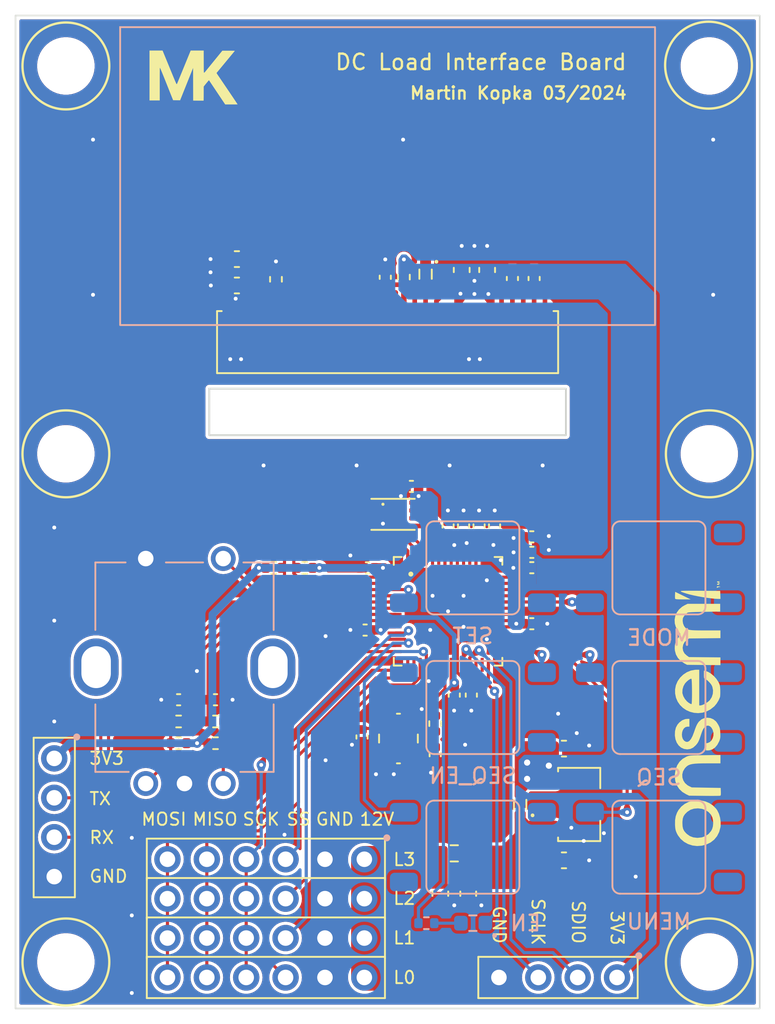
<source format=kicad_pcb>
(kicad_pcb (version 20240108) (generator "pcbnew") (generator_version "8.0")
  (layers (0 "F.Cu" signal) (31 "B.Cu" signal) (34 "B.Paste" user) (35 "F.Paste" user) (36 "B.SilkS" user "B.Silkscreen") (37 "F.SilkS" user "F.Silkscreen") (38 "B.Mask" user) (39 "F.Mask" user) (44 "Edge.Cuts" user))
  (net 0 "")
  (net 1 "+3V3")
  (net 2 "GND")
  (net 3 "+1V1")
  (net 4 "/2. MCU/ENCODER_A")
  (net 5 "/2. MCU/ENCODER_B")
  (net 6 "Net-(U300-VPP)")
  (net 7 "Net-(U300-VCOMH)")
  (net 8 "Net-(U300-C1N)")
  (net 9 "Net-(U300-C1P)")
  (net 10 "Net-(U300-C2P)")
  (net 11 "Net-(U300-C2N)")
  (net 12 "Net-(D300-A)")
  (net 13 "VCC")
  (net 14 "Net-(D500-A)")
  (net 15 "Net-(U300-IREF)")
  (net 16 "+12V")
  (net 17 "/2. MCU/SWDIO")
  (net 18 "/2. MCU/SWCLK")
  (net 19 "/2. MCU/UART_TX")
  (net 20 "/2. MCU/UART_RX")
  (net 21 "/2. MCU/DISPLAY_SCL")
  (net 22 "/2. MCU/DISPLAY_SDA")
  (net 23 "Net-(R500-Pad1)")
  (net 24 "Net-(C212-Pad1)")
  (net 25 "Net-(R502-Pad1)")
  (net 26 "/2. MCU/KEY_SET")
  (net 27 "/2. MCU/KEY_SEQ")
  (net 28 "/2. MCU/KEY_SEQ_EN")
  (net 29 "/2. MCU/KEY_MENU")
  (net 30 "/2. MCU/ENCODER_KEY")
  (net 36 "/2. MCU/QSPI_SD3")
  (net 37 "/2. MCU/QSPI_SCLK")
  (net 38 "/2. MCU/QSPI_SD0")
  (net 39 "/2. MCU/QSPI_SD2")
  (net 40 "/2. MCU/QSPI_SD1")
  (net 41 "/2. MCU/QSPI_SS")
  (net 48 "/CMD_SS_0")
  (net 49 "/CMD_CLK")
  (net 50 "/CMD_MISO")
  (net 51 "/CMD_MOSI")
  (net 52 "/CMD_SS_1")
  (net 53 "/CMD_SS_2")
  (net 54 "/CMD_SS_3")
  (net 55 "/2. MCU/XIN")
  (net 56 "/2. MCU/XOUT")
  (net 57 "/2. MCU/EN_LED")
  (net 58 "/2. MCU/KEY_MODE")
  (net 59 "/2. MCU/KEY_EN")
  (footprint "w-module:WEO012864L" (layer "F.Cu") (at 124 60.35)
    (property "Reference" "U300" (hide yes))
    (property "Value" "WEO012864L" (hide yes))
    (fp_rect (start -11.5 13.7) (end 11.5 16.7) (stroke (width 0.12)) (fill none) (layer "Edge.Cuts"))
  )
  (footprint "w-diode:SOD-523" (layer "F.Cu") (at 132.55 100.85 90)
    (property "Reference" "D100" (hide yes))
    (property "Value" "BAT54XV2" (hide yes))
  )
  (footprint "Capacitor_SMD:C_0402_1005Metric" (layer "F.Cu") (at 122.55 89.61 180)
    (property "Reference" "C204" (hide yes))
    (property "Value" "100n" (hide yes))
  )
  (footprint "MountingHole:MountingHole_3.2mm_M3" (layer "F.Cu") (at 103.25 78.25)
    (property "Reference" "H4" (hide yes))
    (property "Value" "MountingHole" (hide yes))
  )
  (footprint "Capacitor_SMD:C_0402_1005Metric" (layer "F.Cu") (at 133.45 66.95 -90)
    (property "Reference" "C304" (hide yes))
    (property "Value" "1u" (hide yes))
  )
  (footprint "Capacitor_SMD:C_0603_1608Metric" (layer "F.Cu") (at 130.42 66.4 90)
    (property "Reference" "C300" (hide yes))
    (property "Value" "4u7" (hide yes))
  )
  (footprint "w-diode:SOD-523" (layer "F.Cu") (at 126.45 66.67 -90)
    (property "Reference" "D300" (hide yes))
    (property "Value" "BAT54XV2" (hide yes))
  )
  (footprint "Capacitor_SMD:C_0402_1005Metric" (layer "F.Cu") (at 130.9 82.9 90)
    (property "Reference" "C200" (hide yes))
    (property "Value" "1u" (hide yes))
  )
  (footprint "Capacitor_SMD:C_0402_1005Metric" (layer "F.Cu") (at 133.3 84.6)
    (property "Reference" "C207" (hide yes))
    (property "Value" "1u" (hide yes))
  )
  (footprint "Resistor_SMD:R_0402_1005Metric" (layer "F.Cu") (at 112.9 96.9 180)
    (property "Reference" "R500" (hide yes))
    (property "Value" "10k" (hide yes))
  )
  (footprint "Capacitor_SMD:C_0402_1005Metric" (layer "F.Cu") (at 129.9 82.9 90)
    (property "Reference" "C209" (hide yes))
    (property "Value" "1u" (hide yes))
  )
  (footprint "Capacitor_SMD:C_0603_1608Metric" (layer "F.Cu") (at 129.2 106.6 -90)
    (property "Reference" "C101" (hide yes))
    (property "Value" "10u" (hide yes))
  )
  (footprint "Resistor_SMD:R_0402_1005Metric" (layer "F.Cu") (at 125.05 66.86 90)
    (property "Reference" "R300" (hide yes))
    (property "Value" "10k" (hide yes))
  )
  (footprint "Capacitor_SMD:C_0402_1005Metric" (layer "F.Cu") (at 122.7 85.6 180)
    (property "Reference" "C203" (hide yes))
    (property "Value" "100n" (hide yes))
  )
  (footprint "Capacitor_SMD:C_0402_1005Metric" (layer "F.Cu") (at 122.35 96.5 -90)
    (property "Reference" "C213" (hide yes))
    (property "Value" "12p" (hide yes))
  )
  (footprint "Capacitor_SMD:C_0603_1608Metric" (layer "F.Cu") (at 127.4 106.6 -90)
    (property "Reference" "C100" (hide yes))
    (property "Value" "10u" (hide yes))
  )
  (footprint "Connector_PinHeader_2.54mm:PinHeader_1x06_P2.54mm_Vertical" (layer "F.Cu") (at 122.5 112 -90)
    (property "Reference" "J100" (hide yes))
    (property "Value" "Conn_01x06_Male" (hide yes))
  )
  (footprint "Capacitor_SMD:C_0402_1005Metric" (layer "F.Cu") (at 133.3 85.59)
    (property "Reference" "C201" (hide yes))
    (property "Value" "100n" (hide yes))
  )
  (footprint "w-ic:QFN-56 7x7mm P0.4mm" (layer "F.Cu") (at 127.9 88.4)
    (property "Reference" "U200" (hide yes))
    (property "Value" "RP2040" (hide yes))
  )
  (footprint "MountingHole:MountingHole_3.2mm_M3" (layer "F.Cu") (at 144.75 78.25)
    (property "Reference" "H5" (hide yes))
    (property "Value" "MountingHole" (hide yes))
  )
  (footprint "Resistor_SMD:R_0402_1005Metric" (layer "F.Cu") (at 112.9 95.5)
    (property "Reference" "R501" (hide yes))
    (property "Value" "1k" (hide yes))
  )
  (footprint "Capacitor_SMD:C_0603_1608Metric" (layer "F.Cu") (at 114.28 65.7 180)
    (property "Reference" "C303" (hide yes))
    (property "Value" "4u7" (hide yes))
  )
  (footprint "MountingHole:MountingHole_3.2mm_M3" (layer "F.Cu") (at 144.75 53.25)
    (property "Reference" "H2" (hide yes))
    (property "Value" "MountingHole" (hide yes))
  )
  (footprint "Capacitor_SMD:C_0402_1005Metric" (layer "F.Cu") (at 127.07 97.64 -90)
    (property "Reference" "C212" (hide yes))
    (property "Value" "12p" (hide yes))
  )
  (footprint "Capacitor_SMD:C_0402_1005Metric" (layer "F.Cu") (at 132.05 66.95 90)
    (property "Reference" "C305" (hide yes))
    (property "Value" "1u" (hide yes))
  )
  (footprint "Resistor_SMD:R_0402_1005Metric" (layer "F.Cu") (at 110.52 96.9)
    (property "Reference" "R502" (hide yes))
    (property "Value" "10k" (hide yes))
  )
  (footprint "Resistor_SMD:R_0402_1005Metric" (layer "F.Cu") (at 116.8 67 -90)
    (property "Reference" "R301" (hide yes))
    (property "Value" "560k" (hide yes))
  )
  (footprint "LOGO" (layer "F.Cu") (at 144 95 90)
    (property "Reference" "G***" (hide yes))
    (property "Value" "LOGO" (hide yes))
  )
  (footprint "Capacitor_SMD:C_0402_1005Metric" (layer "F.Cu") (at 110.52 94.1 180)
    (property "Reference" "C501" (hide yes))
    (property "Value" "100n" (hide yes))
  )
  (footprint "w-crystal:Crystal 3225 3.2x2.5mm 4pin" (layer "F.Cu") (at 124.7 96.6 90)
    (property "Reference" "Y200" (hide yes))
    (property "Value" "12MHz" (hide yes))
  )
  (footprint "Resistor_SMD:R_0402_1005Metric" (layer "F.Cu") (at 127.07 95.64 -90)
    (property "Reference" "R200" (hide yes))
    (property "Value" "1k" (hide yes))
  )
  (footprint "MountingHole:MountingHole_3.2mm_M3" (layer "F.Cu") (at 103.25 111)
    (property "Reference" "H1" (hide yes))
    (property "Value" "MountingHole" (hide yes))
  )
  (footprint "Capacitor_SMD:C_0603_1608Metric" (layer "F.Cu") (at 135.375 97.25)
    (property "Reference" "C103" (hide yes))
    (property "Value" "1u" (hide yes))
  )
  (footprint "Capacitor_SMD:C_0402_1005Metric" (layer "F.Cu") (at 133.3 83.6)
    (property "Reference" "C208" (hide yes))
    (property "Value" "100n" (hide yes))
  )
  (footprint "Capacitor_SMD:C_0603_1608Metric" (layer "F.Cu") (at 114.28 67.4 180)
    (property "Reference" "C302" (hide yes))
    (property "Value" "4u7" (hide yes))
  )
  (footprint "Capacitor_SMD:C_0402_1005Metric" (layer "F.Cu") (at 128.3 93.8 -90)
    (property "Reference" "C205" (hide yes))
    (property "Value" "100n" (hide yes))
  )
  (footprint "Resistor_SMD:R_0603_1608Metric" (layer "F.Cu") (at 128.3 104)
    (property "Reference" "L100" (hide yes))
    (property "Value" "BLM18KG121TN1D" (hide yes))
  )
  (footprint "Capacitor_SMD:C_0402_1005Metric" (layer "F.Cu") (at 125.535 80.35 180)
    (property "Reference" "C214" (hide yes))
    (property "Value" "100n" (hide yes))
  )
  (footprint "Resistor_SMD:R_0402_1005Metric" (layer "F.Cu") (at 110.52 95.5)
    (property "Reference" "R503" (hide yes))
    (property "Value" "1k" (hide yes))
  )
  (footprint "Connector_PinHeader_2.54mm:PinHeader_1x06_P2.54mm_Vertical" (layer "F.Cu") (at 122.5 106.92 -90)
    (property "Reference" "J102" (hide yes))
    (property "Value" "Conn_01x06_Male" (hide yes))
  )
  (footprint "Capacitor_SMD:C_0402_1005Metric" (layer "F.Cu") (at 112.9 94.1)
    (property "Reference" "C500" (hide yes))
    (property "Value" "100n" (hide yes))
  )
  (footprint "MountingHole:MountingHole_3.2mm_M3" (layer "F.Cu") (at 103.25 53.25)
    (property "Reference" "H6" (hide yes))
    (property "Value" "MountingHole" (hide yes))
  )
  (footprint "Capacitor_SMD:C_0402_1005Metric" (layer "F.Cu") (at 129.4 93.8 -90)
    (property "Reference" "C211" (hide yes))
    (property "Value" "100n" (hide yes))
  )
  (footprint "Connector_PinHeader_2.54mm:PinHeader_1x04_P2.54mm_Vertical" (layer "F.Cu") (at 138.8 112 -90)
    (property "Reference" "J200" (hide yes))
    (property "Value" "SWD" (hide yes))
  )
  (footprint "Capacitor_SMD:C_0402_1005Metric" (layer "F.Cu") (at 123.85 66.87 90)
    (property "Reference" "C306" (hide yes))
    (property "Value" "100n" (hide yes))
  )
  (footprint "Capacitor_SMD:C_0603_1608Metric" (layer "F.Cu") (at 135.375 104.45)
    (property "Reference" "C102" (hide yes))
    (property "Value" "1u" (hide yes))
  )
  (footprint "Connector_PinHeader_2.54mm:PinHeader_1x06_P2.54mm_Vertical" (layer "F.Cu") (at 122.5 109.46 -90)
    (property "Reference" "J101" (hide yes))
    (property "Value" "Conn_01x06_Male" (hide yes))
  )
  (footprint "w-ic:USON-8 2x3mm" (layer "F.Cu") (at 124.35 82.15)
    (property "Reference" "U201" (hide yes))
    (property "Value" "W25Q16JV" (hide yes))
  )
  (footprint "Resistor_SMD:R_0402_1005Metric" (layer "F.Cu") (at 118.65 85.6)
    (property "Reference" "R303" (hide yes))
    (property "Value" "4k7" (hide yes))
  )
  (footprint "Connector_PinHeader_2.54mm:PinHeader_1x06_P2.54mm_Vertical" (layer "F.Cu") (at 122.5 104.38 -90)
    (property "Reference" "J103" (hide yes))
    (property "Value" "Conn_01x06_Male" (hide yes))
  )
  (footprint "Resistor_SMD:R_0402_1005Metric" (layer "F.Cu") (at 116.65 85.6 180)
    (property "Reference" "R302" (hide yes))
    (property "Value" "4k7" (hide yes))
  )
  (footprint "w-ic:SOT-89-3" (layer "F.Cu") (at 136.10625 100.85)
    (property "Reference" "U100" (hide yes))
    (property "Value" "L78L33" (hide yes))
  )
  (footprint "Connector_PinHeader_2.54mm:PinHeader_1x04_P2.54mm_Vertical" (layer "F.Cu") (at 102.5 97.88)
    (property "Reference" "J201" (hide yes))
    (property "Value" "UART" (hide yes))
  )
  (footprint "Capacitor_SMD:C_0402_1005Metric" (layer "F.Cu") (at 128.9 82.9 90)
    (property "Reference" "C202" (hide yes))
    (property "Value" "100n" (hide yes))
  )
  (footprint "Capacitor_SMD:C_0402_1005Metric" (layer "F.Cu") (at 127.9 82.9 90)
    (property "Reference" "C210" (hide yes))
    (property "Value" "100n" (hide yes))
  )
  (footprint "LOGO" (layer "F.Cu") (at 111.5 54)
    (property "Reference" "G***" (hide yes))
    (property "Value" "LOGO" (hide yes))
  )
  (footprint "MountingHole:MountingHole_3.2mm_M3" (layer "F.Cu") (at 144.75 111)
    (property "Reference" "H3" (hide yes))
    (property "Value" "MountingHole" (hide yes))
  )
  (footprint "Capacitor_SMD:C_0402_1005Metric" (layer "F.Cu") (at 133.3 89.2)
    (property "Reference" "C206" (hide yes))
    (property "Value" "100n" (hide yes))
  )
  (footprint "Capacitor_SMD:C_0603_1608Metric" (layer "F.Cu") (at 128.78 66.4 90)
    (property "Reference" "C301" (hide yes))
    (property "Value" "4u7" (hide yes))
  )
  (footprint "w-switch:PEC11R-4220F-S0024" (layer "B.Cu") (at 110.9 92 180)
    (property "Reference" "SW506" (hide yes))
    (property "Value" "PEC11R-4220F-S24" (hide yes))
  )
  (footprint "w-switch:KLS TS6604B" (layer "B.Cu") (at 141.5 103.6 -90)
    (property "Reference" "SW504" (hide yes))
    (property "Value" "KLS TS6604B" (hide yes))
  )
  (footprint "w-opto:LED 0603" (layer "B.Cu") (at 129.5 108.5 180)
    (property "Reference" "D500" (hide yes))
    (property "Value" "LED" (hide yes))
  )
  (footprint "w-switch:KLS TS6604B" (layer "B.Cu") (at 141.5 85.6 90)
    (property "Reference" "SW500" (hide yes))
    (property "Value" "KLS TS6604B" (hide yes))
  )
  (footprint "w-switch:KLS TS6604B" (layer "B.Cu") (at 129.5 94.6 90)
    (property "Reference" "SW503" (hide yes))
    (property "Value" "KLS TS6604B" (hide yes))
  )
  (footprint "w-switch:KLS TS6604B" (layer "B.Cu") (at 141.5 94.6 90)
    (property "Reference" "SW502" (hide yes))
    (property "Value" "KLS TS6604B" (hide yes))
  )
  (footprint "w-switch:KLS TS6604B" (layer "B.Cu") (at 129.5 103.6 -90)
    (property "Reference" "SW505" (hide yes))
    (property "Value" "KLS TS6604B" (hide yes))
  )
  (footprint "w-switch:KLS TS6604B" (layer "B.Cu") (at 129.5 85.6 90)
    (property "Reference" "SW501" (hide yes))
    (property "Value" "KLS TS6604B" (hide yes))
  )
  (footprint "Resistor_SMD:R_0402_1005Metric" (layer "B.Cu") (at 126.5 108.5)
    (property "Reference" "R505" (hide yes))
    (property "Value" "100R" (hide yes))
  )
  (gr_circle (center 140.2 110.6) (end 140.35 110.6) (stroke (width 0.15)) (fill solid) (layer "B.SilkS"))
  (gr_circle (center 103.95 96.5) (end 104.1 96.5) (stroke (width 0.15)) (fill solid) (layer "B.SilkS"))
  (gr_circle (center 123.95 103) (end 124.1 103) (stroke (width 0.15)) (fill solid) (layer "B.SilkS"))
  (gr_circle (center 103.25 53.25) (end 106.05 53.25) (stroke (width 0.15)) (fill none) (layer "F.SilkS"))
  (gr_circle (center 103.25 78.25) (end 106.05 78.25) (stroke (width 0.15)) (fill none) (layer "F.SilkS"))
  (gr_circle (center 103.25 111) (end 106.05 111) (stroke (width 0.15)) (fill none) (layer "F.SilkS"))
  (gr_circle (center 144.75 78.25) (end 147.55 78.25) (stroke (width 0.15)) (fill none) (layer "F.SilkS"))
  (gr_circle (center 144.75 111) (end 147.55 111) (stroke (width 0.15)) (fill none) (layer "F.SilkS"))
  (gr_circle (center 144.7 53.2) (end 147.5 53.2) (stroke (width 0.15)) (fill none) (layer "F.SilkS"))
  (gr_rect (start 100 50) (end 148 114) (stroke (width 0.1)) (fill none) (layer "Edge.Cuts"))
  (gr_text "MODE" (at 141.5 90.1 0) (layer "B.SilkS") (effects (font (size 1 1)) (justify mirror)))
  (gr_text "SEQ_EN" (at 129.5 99 0) (layer "B.SilkS") (effects (font (size 1 1)) (justify mirror)))
  (gr_text "SEQ" (at 141.5 99.1 0) (layer "B.SilkS") (effects (font (size 1 1)) (justify mirror)))
  (gr_text "SET" (at 129.5 90 0) (layer "B.SilkS") (effects (font (size 1 1)) (justify mirror)))
  (gr_text "EN" (at 132.9 108.5 0) (layer "B.SilkS") (effects (font (size 1 1)) (justify mirror)))
  (gr_text "MENU" (at 141.5 108.4 0) (layer "B.SilkS") (effects (font (size 1 1)) (justify mirror)))
  (gr_text "DC Load Interface Board" (at 139.5 53 0) (layer "F.SilkS") (effects (font (size 1 1)) (justify right)))
  (gr_text "3V3" (at 104.7 97.88 0) (layer "F.SilkS") (effects (font (size 0.8 0.8) (thickness 0.12)) (justify left)))
  (gr_text "GND" (at 104.7 105.48 0) (layer "F.SilkS") (effects (font (size 0.8 0.8) (thickness 0.12)) (justify left)))
  (gr_text "MISO" (at 114.4 101.8 0) (layer "F.SilkS") (effects (font (size 0.8 0.8) (thickness 0.12)) (justify right)))
  (gr_text "GND" (at 131.2 109.9 270) (layer "F.SilkS") (effects (font (size 0.8 0.8) (thickness 0.12)) (justify right)))
  (gr_text "MOSI" (at 111.1 101.8 0) (layer "F.SilkS") (effects (font (size 0.8 0.8) (thickness 0.12)) (justify right)))
  (gr_text "SDIO" (at 136.3 109.9 270) (layer "F.SilkS") (effects (font (size 0.8 0.8) (thickness 0.12)) (justify right)))
  (gr_text "GND" (at 121.9 101.8 0) (layer "F.SilkS") (effects (font (size 0.8 0.8) (thickness 0.12)) (justify right)))
  (gr_text "L2" (at 124.3 106.9 0) (layer "F.SilkS") (effects (font (size 0.8 0.8) (thickness 0.12)) (justify left)))
  (gr_text "RX" (at 104.7 102.98 0) (layer "F.SilkS") (effects (font (size 0.8 0.8) (thickness 0.12)) (justify left)))
  (gr_text "3V3" (at 138.8 110 270) (layer "F.SilkS") (effects (font (size 0.8 0.8) (thickness 0.12)) (justify right)))
  (gr_text "L0" (at 124.3 112 0) (layer "F.SilkS") (effects (font (size 0.8 0.8) (thickness 0.12)) (justify left)))
  (gr_text "TX" (at 104.7 100.48 0) (layer "F.SilkS") (effects (font (size 0.8 0.8) (thickness 0.12)) (justify left)))
  (gr_text "SCK" (at 117.1 101.8 0) (layer "F.SilkS") (effects (font (size 0.8 0.8) (thickness 0.12)) (justify right)))
  (gr_text "Martin Kopka 03/2024" (at 139.5 55 0) (layer "F.SilkS") (effects (font (size 0.8 0.8)) (justify right)))
  (gr_text "L3" (at 124.3 104.4 0) (layer "F.SilkS") (effects (font (size 0.8 0.8) (thickness 0.12)) (justify left)))
  (gr_text "12V" (at 124.5 101.8 0) (layer "F.SilkS") (effects (font (size 0.8 0.8) (thickness 0.12)) (justify right)))
  (gr_text "L1" (at 124.3 109.45 0) (layer "F.SilkS") (effects (font (size 0.8 0.8) (thickness 0.12)) (justify left)))
  (gr_text "SCLK" (at 133.7 110 270) (layer "F.SilkS") (effects (font (size 0.8 0.8) (thickness 0.12)) (justify right)))
  (gr_text "SS" (at 119.1 101.8 0) (layer "F.SilkS") (effects (font (size 0.8 0.8) (thickness 0.12)) (justify right)))
  (segment (start 123.9 85.8) (end 123.7 85.6) (width 0.2) (layer "F.Cu") (net 1))
  (segment (start 128.3 93) (end 128.1 92.8) (width 0.2) (layer "F.Cu") (net 1))
  (segment (start 111.71 96.9) (end 111.03 96.9) (width 0.2) (layer "F.Cu") (net 1))
  (segment (start 123.9 89.4) (end 123.7 89.6) (width 0.2) (layer "F.Cu") (net 1))
  (segment (start 128.55 68.079283) (end 128.55 70.05) (width 0.35) (layer "F.Cu") (net 1))
  (segment (start 125.05 65.72) (end 125.05 66.35) (width 0.5) (layer "F.Cu") (net 1))
  (segment (start 126.45 65.97) (end 126.41 65.97) (width 0.2) (layer "F.Cu") (net 1))
  (segment (start 132.1 89.4) (end 132.3 89.2) (width 0.2) (layer "F.Cu") (net 1))
  (segment (start 131.2875 89.4) (end 132.1 89.4) (width 0.2) (layer "F.Cu") (net 1))
  (segment (start 130.5 67.95) (end 130.65 68.1) (width 0.35) (layer "F.Cu") (net 1))
  (segment (start 128.5 84.330879) (end 128.5 85.0125) (width 0.2) (layer "F.Cu") (net 1))
  (segment (start 126.03 66.35) (end 125.05 66.35) (width 0.3) (layer "F.Cu") (net 1))
  (segment (start 128.1 84.330879) (end 128.1 85.0125) (width 0.2) (layer "F.Cu") (net 1))
  (segment (start 126.4 65.97) (end 126.45 65.97) (width 0.2) (layer "F.Cu") (net 1))
  (segment (start 127.15 70.05) (end 127.15 68.4) (width 0.3) (layer "F.Cu") (net 1))
  (segment (start 128.3 84.130879) (end 128.5 84.330879) (width 0.2) (layer "F.Cu") (net 1))
  (segment (start 130.65 68.1) (end 130.65 70.05) (width 0.35) (layer "F.Cu") (net 1))
  (segment (start 124.5125 85.8) (end 123.9 85.8) (width 0.2) (layer "F.Cu") (net 1))
  (segment (start 116.14 85.6) (end 115.7 85.6) (width 0.5) (layer "F.Cu") (net 1))
  (segment (start 128.75 68.1) (end 128.85 68) (width 0.3) (layer "F.Cu") (net 1))
  (segment (start 111.71 96.9) (end 112.39 96.9) (width 0.2) (layer "F.Cu") (net 1))
  (segment (start 128.85 68) (end 128.85 67.175) (width 0.3) (layer "F.Cu") (net 1))
  (segment (start 128.1 92.8) (end 128.1 91.7875) (width 0.2) (layer "F.Cu") (net 1))
  (segment (start 126.41 65.97) (end 126.03 66.35) (width 0.3) (layer "F.Cu") (net 1))
  (segment (start 127.45 68.1) (end 128.75 68.1) (width 0.3) (layer "F.Cu") (net 1))
  (segment (start 128.7 67.929283) (end 128.55 68.079283) (width 0.35) (layer "F.Cu") (net 1))
  (segment (start 128.3 84.130879) (end 128.1 84.330879) (width 0.2) (layer "F.Cu") (net 1))
  (segment (start 119.16 85.6) (end 119.6 85.6) (width 0.5) (layer "F.Cu") (net 1))
  (segment (start 124.5125 89.4) (end 123.9 89.4) (width 0.2) (layer "F.Cu") (net 1))
  (segment (start 127.15 68.4) (end 127.45 68.1) (width 0.3) (layer "F.Cu") (net 1))
  (via (at 130.825 84.125) (size 0.6) (drill 0.25) (layers "F.Cu" "B.Cu") (net 1))
  (via (at 115.7 85.6) (size 0.6) (drill 0.25) (layers "F.Cu" "B.Cu") (net 1))
  (via (at 123.7 85.6) (size 0.6) (drill 0.25) (layers "F.Cu" "B.Cu") (net 1))
  (via (at 123.55 89.6) (size 0.6) (drill 0.25) (layers "F.Cu" "B.Cu") (net 1))
  (via (at 119.6 85.6) (size 0.6) (drill 0.25) (layers "F.Cu" "B.Cu") (net 1))
  (via (at 132.3 89.2) (size 0.6) (drill 0.25) (layers "F.Cu" "B.Cu") (net 1))
  (via (at 126 80.975) (size 0.6) (drill 0.25) (layers "F.Cu" "B.Cu") (net 1))
  (via (at 128.7 67.929283) (size 0.6) (drill 0.25) (layers "F.Cu" "B.Cu") (net 1))
  (via (at 132.125 84.6) (size 0.6) (drill 0.25) (layers "F.Cu" "B.Cu") (net 1))
  (via (at 130.5 67.95) (size 0.6) (drill 0.25) (layers "F.Cu" "B.Cu") (net 1))
  (via (at 128.3 93) (size 0.6) (drill 0.25) (layers "F.Cu" "B.Cu") (net 1))
  (via (at 129.6 67.95) (size 0.6) (drill 0.25) (layers "F.Cu" "B.Cu") (net 1))
  (via (at 129.1 84) (size 0.6) (drill 0.25) (layers "F.Cu" "B.Cu") (net 1))
  (via (at 131.3 85.1) (size 0.6) (drill 0.25) (layers "F.Cu" "B.Cu") (net 1))
  (via (at 134.4 98.35) (size 0.8) (drill 0.4) (layers "F.Cu" "B.Cu") (net 1))
  (via (at 133 98.15) (size 0.8) (drill 0.4) (layers "F.Cu" "B.Cu") (net 1))
  (via (at 133 99.2) (size 0.8) (drill 0.4) (layers "F.Cu" "B.Cu") (net 1))
  (via (at 111.71 96.9) (size 0.6) (drill 0.25) (layers "F.Cu" "B.Cu") (net 1))
  (via (at 129.6 67.1) (size 0.6) (drill 0.25) (layers "F.Cu" "B.Cu") (net 1))
  (via (at 128.3 84.130879) (size 0.6) (drill 0.25) (layers "F.Cu" "B.Cu") (net 1))
  (via (at 132.125 83.675) (size 0.6) (drill 0.25) (layers "F.Cu" "B.Cu") (net 1))
  (via (at 125.05 65.72) (size 0.6) (drill 0.25) (layers "F.Cu" "B.Cu") (net 1))
  (via (at 132.11 85.6) (size 0.6) (drill 0.25) (layers "F.Cu" "B.Cu") (net 1))
  (segment (start 115.7 85.6) (end 119.6 85.6) (width 0.5) (layer "B.Cu") (net 1))
  (segment (start 139.7 98.35) (end 134.4 98.35) (width 0.5) (layer "B.Cu") (net 1))
  (segment (start 115.7 85.6) (end 112.7 88.6) (width 0.5) (layer "B.Cu") (net 1))
  (segment (start 112.7 88.6) (end 112.7 95.91) (width 0.5) (layer "B.Cu") (net 1))
  (segment (start 102.5 97.88) (end 103.48 96.9) (width 0.5) (layer "B.Cu") (net 1))
  (segment (start 127.15 88.8) (end 128.3 89.95) (width 0.3) (layer "B.Cu") (net 1))
  (segment (start 125.99 107.51) (end 127.6 105.9) (width 0.2) (layer "B.Cu") (net 1))
  (segment (start 125.99 108.5) (end 125.99 107.51) (width 0.2) (layer "B.Cu") (net 1))
  (segment (start 112.7 95.91) (end 111.71 96.9) (width 0.5) (layer "B.Cu") (net 1))
  (segment (start 103.48 96.9) (end 111.71 96.9) (width 0.5) (layer "B.Cu") (net 1))
  (segment (start 138.8 112) (end 141.1 109.7) (width 0.5) (layer "B.Cu") (net 1))
  (segment (start 141.1 109.7) (end 141.1 99.75) (width 0.5) (layer "B.Cu") (net 1))
  (segment (start 124.4 88.8) (end 127.15 88.8) (width 0.3) (layer "B.Cu") (net 1))
  (segment (start 119.6 85.6) (end 123.7 85.6) (width 0.5) (layer "B.Cu") (net 1))
  (segment (start 127.6 105.9) (end 127.6 93.7) (width 0.2) (layer "B.Cu") (net 1))
  (segment (start 123.6 89.6) (end 124.4 88.8) (width 0.3) (layer "B.Cu") (net 1))
  (segment (start 128.3 89.95) (end 128.3 93) (width 0.3) (layer "B.Cu") (net 1))
  (segment (start 141.1 99.75) (end 139.7 98.35) (width 0.5) (layer "B.Cu") (net 1))
  (segment (start 127.6 93.7) (end 128.3 93) (width 0.2) (layer "B.Cu") (net 1))
  (segment (start 122.9505 82.9) (end 123.623498 82.9) (width 0.3) (layer "F.Cu") (net 2))
  (segment (start 123.673498 82.9) (end 123.823498 82.75) (width 0.3) (layer "F.Cu") (net 2))
  (segment (start 114.05 68.25) (end 114.2 68.25) (width 0.35) (layer "F.Cu") (net 2))
  (segment (start 114.55 72.15) (end 114.55 70.05) (width 0.35) (layer "F.Cu") (net 2))
  (segment (start 114.2 68.25) (end 114.35 68.25) (width 0.35) (layer "F.Cu") (net 2))
  (segment (start 123.85 66.39) (end 123.85 65.72) (width 0.5) (layer "F.Cu") (net 2))
  (segment (start 133.78 89.2) (end 134.3 89.2) (width 0.5) (layer "F.Cu") (net 2))
  (segment (start 122.07 89.61) (end 121.61 89.61) (width 0.5) (layer "F.Cu") (net 2))
  (segment (start 113.85 70.05) (end 113.85 68.45) (width 0.35) (layer "F.Cu") (net 2))
  (segment (start 116.8 66.49) (end 116.8 65.85) (width 0.5) (layer "F.Cu") (net 2))
  (segment (start 110.04 94.1) (end 109.4 94.1) (width 0.5) (layer "F.Cu") (net 2))
  (segment (start 113.85 68.45) (end 114.05 68.25) (width 0.35) (layer "F.Cu") (net 2))
  (segment (start 113.38 94.1) (end 114 94.1) (width 0.5) (layer "F.Cu") (net 2))
  (segment (start 114.35 68.25) (end 114.55 68.45) (width 0.35) (layer "F.Cu") (net 2))
  (segment (start 121.76 89.61) (end 121.75 89.6) (width 0.5) (layer "F.Cu") (net 2))
  (segment (start 129.95 72.15) (end 129.95 70.05) (width 0.35) (layer "F.Cu") (net 2))
  (segment (start 113.85 72.15) (end 113.85 70.05) (width 0.35) (layer "F.Cu") (net 2))
  (segment (start 129.25 72.15) (end 129.25 70.05) (width 0.35) (layer "F.Cu") (net 2))
  (segment (start 114.55 68.45) (end 114.55 70.05) (width 0.35) (layer "F.Cu") (net 2))
  (via (at 145 68) (size 0.6) (drill 0.25) (layers "F.Cu" "B.Cu") (net 2))
  (via (at 112.58 65.7) (size 0.6) (drill 0.25) (layers "F.Cu" "B.Cu") (net 2))
  (via (at 134.4 83.55) (size 0.6) (drill 0.25) (layers "F.Cu" "B.Cu") (net 2))
  (via (at 128.3 107.35) (size 0.6) (drill 0.25) (layers "F.Cu" "B.Cu") (net 2))
  (via (at 105 58) (size 0.6) (drill 0.25) (layers "F.Cu" "B.Cu") (net 2))
  (via (at 128.78 64.85) (size 0.6) (drill 0.25) (layers "F.Cu" "B.Cu") (net 2))
  (via (at 109.4 94.1) (size 0.6) (drill 0.25) (layers "F.Cu" "B.Cu") (net 2))
  (via (at 135.85 102.35) (size 0.6) (drill 0.25) (layers "F.Cu" "B.Cu") (net 2))
  (via (at 107.5 108) (size 0.6) (drill 0.25) (layers "F.Cu" "B.Cu") (net 2))
  (via (at 121.6 89.6) (size 0.6) (drill 0.25) (layers "F.Cu" "B.Cu") (net 2))
  (via (at 112.6 67.4) (size 0.6) (drill 0.25) (layers "F.Cu" "B.Cu") (net 2))
  (via (at 123.85 65.72) (size 0.6) (drill 0.25) (layers "F.Cu" "B.Cu") (net 2))
  (via (at 114.55 72.15) (size 0.6) (drill 0.25) (layers "F.Cu" "B.Cu") (net 2))
  (via (at 127.9 88.4) (size 0.6) (drill 0.25) (layers "F.Cu" "B.Cu") (net 2))
  (via (at 107.5 113) (size 0.6) (drill 0.25) (layers "F.Cu" "B.Cu") (net 2))
  (via (at 129 97) (size 0.6) (drill 0.25) (layers "F.Cu" "B.Cu") (net 2))
  (via (at 121.6 84.8) (size 0.6) (drill 0.25) (layers "F.Cu" "B.Cu") (net 2))
  (via (at 136.2 96.25) (size 0.6) (drill 0.25) (layers "F.Cu" "B.Cu") (net 2))
  (via (at 113.85 72.15) (size 0.6) (drill 0.25) (layers "F.Cu" "B.Cu") (net 2))
  (via (at 128.9 81.9) (size 0.6) (drill 0.25) (layers "F.Cu" "B.Cu") (net 2))
  (via (at 117.35 102.8) (size 0.6) (drill 0.25) (layers "F.Cu" "B.Cu") (net 2))
  (via (at 116.8 65.85) (size 0.6) (drill 0.25) (layers "F.Cu" "B.Cu") (net 2))
  (via (at 114 94.1) (size 0.6) (drill 0.25) (layers "F.Cu" "B.Cu") (net 2))
  (via (at 112.58 66.55) (size 0.6) (drill 0.25) (layers "F.Cu" "B.Cu") (net 2))
  (via (at 105 68) (size 0.6) (drill 0.25) (layers "F.Cu" "B.Cu") (net 2))
  (via (at 123.7 82.75) (size 0.6) (drill 0.25) (layers "F.Cu" "B.Cu") (net 2))
  (via (at 128.9 87.4) (size 0.6) (drill 0.25) (layers "F.Cu" "B.Cu") (net 2))
  (via (at 129.25 72.15) (size 0.6) (drill 0.25) (layers "F.Cu" "B.Cu") (net 2))
  (via (at 107.5 103) (size 0.6) (drill 0.25) (layers "F.Cu" "B.Cu") (net 2))
  (via (at 128 79) (size 0.6) (drill 0.25) (layers "F.Cu" "B.Cu") (net 2))
  (via (at 128.29 94.8) (size 0.6) (drill 0.25) (layers "F.Cu" "B.Cu") (net 2))
  (via (at 124.4 98.9) (size 0.6) (drill 0.25) (layers "F.Cu" "B.Cu") (net 2))
  (via (at 120 90) (size 0.6) (drill 0.25) (layers "F.Cu" "B.Cu") (net 2))
  (via (at 140 105.5) (size 0.6) (drill 0.25) (layers "F.Cu" "B.Cu") (net 2))
  (via (at 126.65 92.9) (size 0.6) (drill 0.25) (layers "F.Cu" "B.Cu") (net 2))
  (via (at 120 98) (size 0.6) (drill 0.25) (layers "F.Cu" "B.Cu") (net 2))
  (via (at 126.75 89.6) (size 0.6) (drill 0.25) (layers "F.Cu" "B.Cu") (net 2))
  (via (at 124.86 80.975) (size 0.6) (drill 0.25) (layers "F.Cu" "B.Cu") (net 2))
  (via (at 122 79) (size 0.6) (drill 0.25) (layers "F.Cu" "B.Cu") (net 2))
  (via (at 116 79) (size 0.6) (drill 0.25) (layers "F.Cu" "B.Cu") (net 2))
  (via (at 123.25 98.9) (size 0.6) (drill 0.25) (layers "F.Cu" "B.Cu") (net 2))
  (via (at 134 79) (size 0.6) (drill 0.25) (layers "F.Cu" "B.Cu") (net 2))
  (via (at 128.9 89.4) (size 0.6) (drill 0.25) (layers "F.Cu" "B.Cu") (net 2))
  (via (at 130.4 90.2) (size 0.6) (drill 0.25) (layers "F.Cu" "B.Cu") (net 2))
  (via (at 126.8 98.8) (size 0.6) (drill 0.25) (layers "F.Cu" "B.Cu") (net 2))
  (via (at 130.05 107.35) (size 0.6) (drill 0.25) (layers "F.Cu" "B.Cu") (net 2))
  (via (at 102.5 83) (size 0.6) (drill 0.25) (layers "F.Cu" "B.Cu") (net 2))
  (via (at 137 104.45) (size 0.6) (drill 0.25) (layers "F.Cu" "B.Cu") (net 2))
  (via (at 126.9 87.4) (size 0.6) (drill 0.25) (layers "F.Cu" "B.Cu") (net 2))
  (via (at 127.89 81.9) (size 0.6) (drill 0.25) (layers "F.Cu" "B.Cu") (net 2))
  (via (at 111.7 92.25) (size 0.6) (drill 0.25) (layers "F.Cu" "B.Cu") (net 2))
  (via (at 130.4 86.4) (size 0.6) (drill 0.25) (layers "F.Cu" "B.Cu") (net 2))
  (via (at 121.7 97) (size 0.6) (drill 0.25) (layers "F.Cu" "B.Cu") (net 2))
  (via (at 102.5 95.5) (size 0.6) (drill 0.25) (layers "F.Cu" "B.Cu") (net 2))
  (via (at 135 95) (size 0.6) (drill 0.25) (layers "F.Cu" "B.Cu") (net 2))
  (via (at 102.5 89) (size 0.6) (drill 0.25) (layers "F.Cu" "B.Cu") (net 2))
  (via (at 129.6 64.85) (size 0.6) (drill 0.25) (layers "F.Cu" "B.Cu") (net 2))
  (via (at 136.65 103.2) (size 0.6) (drill 0.25) (layers "F.Cu" "B.Cu") (net 2))
  (via (at 114.2 68.25) (size 0.6) (drill 0.25) (layers "F.Cu" "B.Cu") (net 2))
  (via (at 134.3 89.2) (size 0.6) (drill 0.25) (layers "F.Cu" "B.Cu") (net 2))
  (via (at 129.95 72.15) (size 0.6) (drill 0.25) (layers "F.Cu" "B.Cu") (net 2))
  (via (at 125 58) (size 0.6) (drill 0.25) (layers "F.Cu" "B.Cu") (net 2))
  (via (at 130.42 64.85) (size 0.6) (drill 0.25) (layers "F.Cu" "B.Cu") (net 2))
  (via (at 145 58) (size 0.6) (drill 0.25) (layers "F.Cu" "B.Cu") (net 2))
  (via (at 129.9 81.9) (size 0.6) (drill 0.25) (layers "F.Cu" "B.Cu") (net 2))
  (via (at 134.4 84.45) (size 0.6) (drill 0.25) (layers "F.Cu" "B.Cu") (net 2))
  (via (at 126.2 94.7) (size 0.6) (drill 0.25) (layers "F.Cu" "B.Cu") (net 2))
  (via (at 137 97.05) (size 0.6) (drill 0.25) (layers "F.Cu" "B.Cu") (net 2))
  (via (at 130.91 81.9) (size 0.6) (drill 0.25) (layers "F.Cu" "B.Cu") (net 2))
  (via (at 129.4 94.8) (size 0.6) (drill 0.25) (layers "F.Cu" "B.Cu") (net 2))
  (via (at 137.95 102.7) (size 0.6) (drill 0.25) (layers "F.Cu" "B.Cu") (net 2))
  (segment (start 123.823498 82.75) (end 124.125 82.75) (width 0.2) (layer "B.Cu") (net 2))
  (segment (start 124.125 82.75) (end 124.725 83.35) (width 0.2) (layer "B.Cu") (net 2))
  (segment (start 124.725 83.35) (end 125.05 83.35) (width 0.2) (layer "B.Cu") (net 2))
  (segment (start 129.4 93.25) (end 128.5 92.35) (width 0.2) (layer "F.Cu") (net 3))
  (segment (start 129.4 93.32) (end 129.4 93.25) (width 0.2) (layer "F.Cu") (net 3))
  (segment (start 129.7 83.58) (end 129.9 83.38) (width 0.2) (layer "F.Cu") (net 3))
  (segment (start 129.8 90.05) (end 129.8 85.95) (width 0.2) (layer "F.Cu") (net 3))
  (segment (start 128.5 90.55) (end 128.75 90.3) (width 0.2) (layer "F.Cu") (net 3))
  (segment (start 127.7 85.5) (end 128.05 85.85) (width 0.2) (layer "F.Cu") (net 3))
  (segment (start 127.9 83.38) (end 127.7 83.58) (width 0.2) (layer "F.Cu") (net 3))
  (segment (start 128.5 92.35) (end 128.5 90.55) (width 0.2) (layer "F.Cu") (net 3))
  (segment (start 128.75 90.3) (end 129.55 90.3) (width 0.2) (layer "F.Cu") (net 3))
  (segment (start 128.05 85.85) (end 129.7 85.85) (width 0.2) (layer "F.Cu") (net 3))
  (segment (start 129.8 85.95) (end 129.7 85.85) (width 0.2) (layer "F.Cu") (net 3))
  (segment (start 129.55 90.3) (end 129.8 90.05) (width 0.2) (layer "F.Cu") (net 3))
  (segment (start 129.7 85.85) (end 129.7 83.58) (width 0.2) (layer "F.Cu") (net 3))
  (segment (start 127.7 83.58) (end 127.7 85.5) (width 0.2) (layer "F.Cu") (net 3))
  (segment (start 112.42 95.47) (end 112.39 95.5) (width 0.2) (layer "F.Cu") (net 4))
  (segment (start 112.42 94.1) (end 112.42 95.47) (width 0.2) (layer "F.Cu") (net 4))
  (segment (start 112.42 94.1) (end 112.42 91.18) (width 0.2) (layer "F.Cu") (net 4))
  (segment (start 114.6 89) (end 124.5125 89) (width 0.2) (layer "F.Cu") (net 4))
  (segment (start 112.42 91.18) (end 114.6 89) (width 0.2) (layer "F.Cu") (net 4))
  (segment (start 111 95.47) (end 111.03 95.5) (width 0.2) (layer "F.Cu") (net 5))
  (segment (start 114.4 88.6) (end 124.5125 88.6) (width 0.2) (layer "F.Cu") (net 5))
  (segment (start 111 92) (end 114.4 88.6) (width 0.2) (layer "F.Cu") (net 5))
  (segment (start 111 94.1) (end 111 92) (width 0.2) (layer "F.Cu") (net 5))
  (segment (start 111 94.1) (end 111 95.47) (width 0.2) (layer "F.Cu") (net 5))
  (segment (start 115.25 70.05) (end 115.25 67.675) (width 0.5) (layer "F.Cu") (net 6))
  (segment (start 115.25 67.675) (end 114.975 67.4) (width 0.35) (layer "F.Cu") (net 6))
  (segment (start 115.95 66.05) (end 115.6 65.7) (width 0.5) (layer "F.Cu") (net 7))
  (segment (start 115.95 70.05) (end 115.95 66.05) (width 0.5) (layer "F.Cu") (net 7))
  (segment (start 115.6 65.7) (end 114.975 65.7) (width 0.5) (layer "F.Cu") (net 7))
  (segment (start 133.45 67.43) (end 133.45 70.05) (width 0.3) (layer "F.Cu") (net 8))
  (segment (start 132.75 70.05) (end 132.75 66.65) (width 0.3) (layer "F.Cu") (net 9))
  (segment (start 132.75 66.65) (end 132.93 66.47) (width 0.3) (layer "F.Cu") (net 9))
  (segment (start 132.93 66.47) (end 133.45 66.47) (width 0.3) (layer "F.Cu") (net 9))
  (segment (start 132.05 67.43) (end 132.05 70.05) (width 0.3) (layer "F.Cu") (net 10))
  (segment (start 131.35 70.05) (end 131.35 66.65) (width 0.3) (layer "F.Cu") (net 11))
  (segment (start 131.35 66.65) (end 131.53 66.47) (width 0.3) (layer "F.Cu") (net 11))
  (segment (start 131.53 66.47) (end 132.05 66.47) (width 0.3) (layer "F.Cu") (net 11))
  (segment (start 125.05 70.05) (end 125.05 67.65) (width 0.35) (layer "F.Cu") (net 12))
  (segment (start 125.03 67.35) (end 125.05 67.37) (width 0.3) (layer "F.Cu") (net 12))
  (segment (start 123.85 67.35) (end 125.03 67.35) (width 0.3) (layer "F.Cu") (net 12))
  (segment (start 125.05 67.37) (end 126.45 67.37) (width 0.3) (layer "F.Cu") (net 12))
  (segment (start 127.01 108.5) (end 128.7275 108.5) (width 0.2) (layer "B.Cu") (net 14))
  (segment (start 116.65 70.05) (end 116.65 67.66) (width 0.35) (layer "F.Cu") (net 15))
  (segment (start 116.65 67.66) (end 116.8 67.51) (width 0.35) (layer "F.Cu") (net 15))
  (segment (start 129.791369 90.9) (end 129.9 90.9) (width 0.2) (layer "F.Cu") (net 17))
  (segment (start 129.3 91.391369) (end 129.791369 90.9) (width 0.2) (layer "F.Cu") (net 17))
  (segment (start 129.3 91.85) (end 129.3 91.391369) (width 0.2) (layer "F.Cu") (net 17))
  (via (at 129.9 90.9) (size 0.6) (drill 0.25) (layers "F.Cu" "B.Cu") (net 17))
  (segment (start 131.95 109.55) (end 132.8 110.4) (width 0.2) (layer "B.Cu") (net 17))
  (segment (start 131.95 92.95) (end 131.95 109.55) (width 0.2) (layer "B.Cu") (net 17))
  (segment (start 134.66 110.4) (end 136.26 112) (width 0.2) (layer "B.Cu") (net 17))
  (segment (start 132.8 110.4) (end 134.66 110.4) (width 0.2) (layer "B.Cu") (net 17))
  (segment (start 129.9 90.9) (end 131.95 92.95) (width 0.2) (layer "B.Cu") (net 17))
  (segment (start 128.9 90.994584) (end 128.9 91.85) (width 0.2) (layer "F.Cu") (net 18))
  (segment (start 129.059792 90.834792) (end 128.9 90.994584) (width 0.2) (layer "F.Cu") (net 18))
  (via (at 129.059792 90.834792) (size 0.6) (drill 0.25) (layers "F.Cu" "B.Cu") (net 18))
  (segment (start 131.5 93.3) (end 131.5 109.78) (width 0.2) (layer "B.Cu") (net 18))
  (segment (start 131.5 109.78) (end 133.72 112) (width 0.2) (layer "B.Cu") (net 18))
  (segment (start 129.059792 90.859792) (end 131.5 93.3) (width 0.2) (layer "B.Cu") (net 18))
  (segment (start 129.059792 90.834792) (end 129.059792 90.859792) (width 0.2) (layer "B.Cu") (net 18))
  (segment (start 105.5 99.5) (end 104.58 100.42) (width 0.2) (layer "F.Cu") (net 19))
  (segment (start 104.58 100.42) (end 102.5 100.42) (width 0.2) (layer "F.Cu") (net 19))
  (segment (start 114 87.8) (end 105.5 96.3) (width 0.2) (layer "F.Cu") (net 19))
  (segment (start 105.5 96.3) (end 105.5 99.5) (width 0.2) (layer "F.Cu") (net 19))
  (segment (start 124.5125 87.8) (end 114 87.8) (width 0.2) (layer "F.Cu") (net 19))
  (segment (start 105.14 102.96) (end 102.5 102.96) (width 0.2) (layer "F.Cu") (net 20))
  (segment (start 114.2 88.2) (end 106 96.4) (width 0.2) (layer "F.Cu") (net 20))
  (segment (start 106 96.4) (end 106 102.1) (width 0.2) (layer "F.Cu") (net 20))
  (segment (start 106 102.1) (end 105.14 102.96) (width 0.2) (layer "F.Cu") (net 20))
  (segment (start 124.5125 88.2) (end 114.2 88.2) (width 0.2) (layer "F.Cu") (net 20))
  (segment (start 117.75 86.6) (end 124.5125 86.6) (width 0.2) (layer "F.Cu") (net 21))
  (segment (start 117.35 86.2) (end 117.75 86.6) (width 0.2) (layer "F.Cu") (net 21))
  (segment (start 110.97 64.93) (end 110.97 77.92) (width 0.2) (layer "F.Cu") (net 21))
  (segment (start 110.97 77.92) (end 117.35 84.3) (width 0.2) (layer "F.Cu") (net 21))
  (segment (start 122.25 65.25) (end 121 64) (width 0.2) (layer "F.Cu") (net 21))
  (segment (start 111.9 64) (end 110.97 64.93) (width 0.2) (layer "F.Cu") (net 21))
  (segment (start 121 64) (end 111.9 64) (width 0.2) (layer "F.Cu") (net 21))
  (segment (start 122.25 70.05) (end 122.25 65.25) (width 0.2) (layer "F.Cu") (net 21))
  (segment (start 117.35 84.3) (end 117.35 86.2) (width 0.2) (layer "F.Cu") (net 21))
  (segment (start 112.1 64.6) (end 120.6 64.6) (width 0.2) (layer "F.Cu") (net 22))
  (segment (start 111.54 65.16) (end 112.1 64.6) (width 0.2) (layer "F.Cu") (net 22))
  (segment (start 121.55 65.55) (end 121.55 70.05) (width 0.2) (layer "F.Cu") (net 22))
  (segment (start 117.95 85.95) (end 118.2 86.2) (width 0.2) (layer "F.Cu") (net 22))
  (segment (start 124.5125 86.2) (end 118.2 86.2) (width 0.2) (layer "F.Cu") (net 22))
  (segment (start 117.95 85.6) (end 117.95 84.1) (width 0.2) (layer "F.Cu") (net 22))
  (segment (start 118.29 85.6) (end 117.95 85.6) (width 0.2) (layer "F.Cu") (net 22))
  (segment (start 117.95 85.6) (end 117.95 85.95) (width 0.2) (layer "F.Cu") (net 22))
  (segment (start 111.54 77.69) (end 111.54 65.16) (width 0.2) (layer "F.Cu") (net 22))
  (segment (start 117.95 84.1) (end 111.54 77.69) (width 0.2) (layer "F.Cu") (net 22))
  (segment (start 120.6 64.6) (end 121.55 65.55) (width 0.2) (layer "F.Cu") (net 22))
  (segment (start 113.4 96.91) (end 113.41 96.9) (width 0.2) (layer "F.Cu") (net 23))
  (segment (start 113.41 95.5) (end 113.41 96.9) (width 0.2) (layer "F.Cu") (net 23))
  (segment (start 113.4 99.5) (end 113.4 96.91) (width 0.2) (layer "F.Cu") (net 23))
  (segment (start 126.09 97.16) (end 125.55 97.7) (width 0.2) (layer "F.Cu") (net 24))
  (segment (start 127.07 97.16) (end 126.09 97.16) (width 0.2) (layer "F.Cu") (net 24))
  (segment (start 127.07 97.16) (end 127.07 96.15) (width 0.2) (layer "F.Cu") (net 24))
  (segment (start 108.4 99.5) (end 110.01 97.89) (width 0.2) (layer "F.Cu") (net 25))
  (segment (start 110.01 96.9) (end 110.01 95.5) (width 0.2) (layer "F.Cu") (net 25))
  (segment (start 110.01 97.89) (end 110.01 96.9) (width 0.2) (layer "F.Cu") (net 25))
  (segment (start 124.5125 87) (end 125.35 87) (width 0.2) (layer "F.Cu") (net 26))
  (via (at 125.35 87) (size 0.6) (drill 0.25) (layers "F.Cu" "B.Cu") (net 26))
  (segment (start 125.35 87) (end 125.35 87.55) (width 0.2) (layer "B.Cu") (net 26))
  (segment (start 125.35 87.55) (end 125.05 87.85) (width 0.2) (layer "B.Cu") (net 26))
  (segment (start 137.05 91.2) (end 136.05 91.2) (width 0.2) (layer "F.Cu") (net 27))
  (segment (start 136.05 91.2) (end 135.05 90.2) (width 0.2) (layer "F.Cu") (net 27))
  (segment (start 135.05 90.2) (end 131.35 90.2) (width 0.2) (layer "F.Cu") (net 27))
  (via (at 137.05 91.2) (size 0.6) (drill 0.25) (layers "F.Cu" "B.Cu") (net 27))
  (segment (start 137.05 91.2) (end 137.05 92.35) (width 0.2) (layer "B.Cu") (net 27))
  (segment (start 133.95 91.2) (end 133.75 91) (width 0.2) (layer "F.Cu") (net 28))
  (segment (start 133.75 91) (end 131.35 91) (width 0.2) (layer "F.Cu") (net 28))
  (via (at 133.95 91.2) (size 0.6) (drill 0.25) (layers "F.Cu" "B.Cu") (net 28))
  (segment (start 133.95 91.2) (end 133.95 92.35) (width 0.2) (layer "B.Cu") (net 28))
  (segment (start 134.9 90.6) (end 131.35 90.6) (width 0.2) (layer "F.Cu") (net 29))
  (segment (start 139.45 95.15) (end 139.45 101.35) (width 0.2) (layer "F.Cu") (net 29))
  (segment (start 139.05 94.75) (end 139.45 95.15) (width 0.2) (layer "F.Cu") (net 29))
  (segment (start 135.5 91.2) (end 134.9 90.6) (width 0.2) (layer "F.Cu") (net 29))
  (segment (start 135.5 91.2) (end 139.05 94.75) (width 0.2) (layer "F.Cu") (net 29))
  (via (at 139.45 101.35) (size 0.6) (drill 0.25) (layers "F.Cu" "B.Cu") (net 29))
  (segment (start 139.45 101.35) (end 137.05 101.35) (width 0.2) (layer "B.Cu") (net 29))
  (segment (start 115.8 87.4) (end 124.5125 87.4) (width 0.2) (layer "F.Cu") (net 30))
  (segment (start 113.4 85) (end 115.8 87.4) (width 0.2) (layer "F.Cu") (net 30))
  (segment (start 127.3 82.75) (end 126.45 81.9) (width 0.2) (layer "F.Cu") (net 36))
  (segment (start 126.45 81.9) (end 125.7995 81.9) (width 0.2) (layer "F.Cu") (net 36))
  (segment (start 127.3 85.0125) (end 127.3 82.75) (width 0.2) (layer "F.Cu") (net 36))
  (segment (start 126.35 82.4) (end 125.7995 82.4) (width 0.2) (layer "F.Cu") (net 37))
  (segment (start 126.9 85.0125) (end 126.9 82.95) (width 0.2) (layer "F.Cu") (net 37))
  (segment (start 126.9 82.95) (end 126.35 82.4) (width 0.2) (layer "F.Cu") (net 37))
  (segment (start 126.25 82.9) (end 125.7995 82.9) (width 0.2) (layer "F.Cu") (net 38))
  (segment (start 126.5 83.15) (end 126.25 82.9) (width 0.2) (layer "F.Cu") (net 38))
  (segment (start 126.5 85.0125) (end 126.5 83.15) (width 0.2) (layer "F.Cu") (net 38))
  (segment (start 125.5 83.5) (end 122.4625 83.5) (width 0.2) (layer "F.Cu") (net 39))
  (segment (start 126.1 84.1) (end 125.5 83.5) (width 0.2) (layer "F.Cu") (net 39))
  (segment (start 122.35 82.4) (end 123.0005 82.4) (width 0.2) (layer "F.Cu") (net 39))
  (segment (start 122.15 82.6) (end 122.35 82.4) (width 0.2) (layer "F.Cu") (net 39))
  (segment (start 126.1 85.0125) (end 126.1 84.1) (width 0.2) (layer "F.Cu") (net 39))
  (segment (start 122.15 83.1875) (end 122.15 82.6) (width 0.2) (layer "F.Cu") (net 39))
  (segment (start 122.4625 83.5) (end 122.15 83.1875) (width 0.2) (layer "F.Cu") (net 39))
  (segment (start 122.275 81.9) (end 123.0005 81.9) (width 0.2) (layer "F.Cu") (net 40))
  (segment (start 125.3 83.9) (end 122.3 83.9) (width 0.2) (layer "F.Cu") (net 40))
  (segment (start 121.75 82.425) (end 122.275 81.9) (width 0.2) (layer "F.Cu") (net 40))
  (segment (start 121.75 83.35) (end 121.75 82.425) (width 0.2) (layer "F.Cu") (net 40))
  (segment (start 125.7 85.0125) (end 125.7 84.3) (width 0.2) (layer "F.Cu") (net 40))
  (segment (start 122.3 83.9) (end 121.75 83.35) (width 0.2) (layer "F.Cu") (net 40))
  (segment (start 125.7 84.3) (end 125.3 83.9) (width 0.2) (layer "F.Cu") (net 40))
  (segment (start 121.35 82.2375) (end 122.1875 81.4) (width 0.2) (layer "F.Cu") (net 41))
  (segment (start 125.1 84.3) (end 122.125 84.3) (width 0.2) (layer "F.Cu") (net 41))
  (segment (start 125.3 85.0125) (end 125.3 84.5) (width 0.2) (layer "F.Cu") (net 41))
  (segment (start 122.125 84.3) (end 121.35 83.525) (width 0.2) (layer "F.Cu") (net 41))
  (segment (start 121.35 83.525) (end 121.35 82.2375) (width 0.2) (layer "F.Cu") (net 41))
  (segment (start 122.1875 81.4) (end 123.0005 81.4) (width 0.2) (layer "F.Cu") (net 41))
  (segment (start 125.3 84.5) (end 125.1 84.3) (width 0.2) (layer "F.Cu") (net 41))
  (segment (start 125.7 92.4) (end 125.4 92.7) (width 0.2) (layer "F.Cu") (net 48))
  (segment (start 123.25 92.7) (end 118.325 97.625) (width 0.2) (layer "F.Cu") (net 48))
  (segment (start 125.4 92.7) (end 123.25 92.7) (width 0.2) (layer "F.Cu") (net 48))
  (segment (start 118.25 100.7) (end 118.25 97.7) (width 0.2) (layer "F.Cu") (net 48))
  (segment (start 116.15 102.8) (end 116.15 110.73) (width 0.2) (layer "F.Cu") (net 48))
  (segment (start 125.7 91.85) (end 125.7 92.4) (width 0.2) (layer "F.Cu") (net 48))
  (segment (start 116.15 110.73) (end 117.42 112) (width 0.2) (layer "F.Cu") (net 48))
  (segment (start 118.25 97.7) (end 118.325 97.625) (width 0.2) (layer "F.Cu") (net 48))
  (segment (start 118.25 100.7) (end 116.15 102.8) (width 0.2) (layer "F.Cu") (net 48))
  (segment (start 114.88 112) (end 114.88 109.46) (width 0.2) (layer "F.Cu") (net 49))
  (segment (start 116.05 96.65) (end 122.1 90.6) (width 0.2) (layer "F.Cu") (net 49))
  (segment (start 115.85 98.3) (end 116.05 98.1) (width 0.2) (layer "F.Cu") (net 49))
  (segment (start 122.1 90.6) (end 124.5125 90.6) (width 0.2) (layer "F.Cu") (net 49))
  (segment (start 116.05 98.1) (end 116.05 96.65) (width 0.2) (layer "F.Cu") (net 49))
  (segment (start 114.88 106.92) (end 114.88 104.38) (width 0.2) (layer "F.Cu") (net 49))
  (segment (start 114.88 109.46) (end 114.88 106.92) (width 0.2) (layer "F.Cu") (net 49))
  (via (at 115.85 98.3) (size 0.6) (drill 0.25) (layers "F.Cu" "B.Cu") (net 49))
  (segment (start 115.85 103.41) (end 114.88 104.38) (width 0.2) (layer "B.Cu") (net 49))
  (segment (start 115.85 98.3) (end 115.85 103.41) (width 0.2) (layer "B.Cu") (net 49))
  (segment (start 115.7 102.55) (end 112.85 102.55) (width 0.2) (layer "F.Cu") (net 50))
  (segment (start 117.75 100.5) (end 117.75 97.45) (width 0.2) (layer "F.Cu") (net 50))
  (segment (start 117.75 97.45) (end 117.875 97.325) (width 0.2) (layer "F.Cu") (net 50))
  (segment (start 112.34 106.92) (end 112.34 104.38) (width 0.2) (layer "F.Cu") (net 50))
  (segment (start 112.34 104.38) (end 112.34 103.06) (width 0.2) (layer "F.Cu") (net 50))
  (segment (start 117.75 100.5) (end 115.7 102.55) (width 0.2) (layer "F.Cu") (net 50))
  (segment (start 125.3 91.85) (end 125.3 92.2) (width 0.2) (layer "F.Cu") (net 50))
  (segment (start 112.34 109.46) (end 112.34 106.92) (width 0.2) (layer "F.Cu") (net 50))
  (segment (start 112.85 102.55) (end 112.34 103.06) (width 0.2) (layer "F.Cu") (net 50))
  (segment (start 123 92.2) (end 117.875 97.325) (width 0.2) (layer "F.Cu") (net 50))
  (segment (start 125.3 92.2) (end 123 92.2) (width 0.2) (layer "F.Cu") (net 50))
  (segment (start 112.34 112) (end 112.34 109.46) (width 0.2) (layer "F.Cu") (net 50))
  (segment (start 111 101.4) (end 115.25 101.4) (width 0.2) (layer "F.Cu") (net 51))
  (segment (start 122.5 91) (end 116.6 96.9) (width 0.2) (layer "F.Cu") (net 51))
  (segment (start 109.8 106.92) (end 109.8 104.38) (width 0.2) (layer "F.Cu") (net 51))
  (segment (start 116.6 100.05) (end 116.6 96.95) (width 0.2) (layer "F.Cu") (net 51))
  (segment (start 109.8 104.38) (end 109.8 102.6) (width 0.2) (layer "F.Cu") (net 51))
  (segment (start 115.25 101.4) (end 116.6 100.05) (width 0.2) (layer "F.Cu") (net 51))
  (segment (start 109.8 112) (end 109.8 109.46) (width 0.2) (layer "F.Cu") (net 51))
  (segment (start 109.8 102.6) (end 111 101.4) (width 0.2) (layer "F.Cu") (net 51))
  (segment (start 109.8 109.46) (end 109.8 106.92) (width 0.2) (layer "F.Cu") (net 51))
  (segment (start 116.6 96.9) (end 116.6 96.925) (width 0.2) (layer "F.Cu") (net 51))
  (segment (start 124.5125 91) (end 122.5 91) (width 0.2) (layer "F.Cu") (net 51))
  (segment (start 125.1 90.2) (end 124.5125 90.2) (width 0.2) (layer "F.Cu") (net 52))
  (segment (start 125.35 90.45) (end 125.1 90.2) (width 0.2) (layer "F.Cu") (net 52))
  (via (at 125.35 90.45) (size 0.6) (drill 0.25) (layers "F.Cu" "B.Cu") (net 52))
  (segment (start 118.75 96.05) (end 118.75 108.13) (width 0.2) (layer "B.Cu") (net 52))
  (segment (start 124.35 90.45) (end 118.75 96.05) (width 0.2) (layer "B.Cu") (net 52))
  (segment (start 118.75 108.13) (end 117.42 109.46) (width 0.2) (layer "B.Cu") (net 52))
  (segment (start 125.35 90.45) (end 124.35 90.45) (width 0.2) (layer "B.Cu") (net 52))
  (segment (start 118.75 97.9) (end 118.75 98.4) (width 0.2) (layer "F.Cu") (net 53))
  (segment (start 118.75 105.59) (end 117.42 106.92) (width 0.2) (layer "F.Cu") (net 53))
  (segment (start 123.5 93.15) (end 118.75 97.9) (width 0.2) (layer "F.Cu") (net 53))
  (segment (start 126.1 92.65) (end 125.6 93.15) (width 0.2) (layer "F.Cu") (net 53))
  (segment (start 118.75 98.4) (end 118.75 105.59) (width 0.2) (layer "F.Cu") (net 53))
  (segment (start 125.6 93.15) (end 123.5 93.15) (width 0.2) (layer "F.Cu") (net 53))
  (segment (start 126.1 91.85) (end 126.1 92.65) (width 0.2) (layer "F.Cu") (net 53))
  (segment (start 125.35 89.65) (end 125.2 89.8) (width 0.2) (layer "F.Cu") (net 54))
  (segment (start 125.2 89.8) (end 124.5125 89.8) (width 0.2) (layer "F.Cu") (net 54))
  (via (at 125.35 89.65) (size 0.6) (drill 0.25) (layers "F.Cu" "B.Cu") (net 54))
  (segment (start 125.05 89.95) (end 124.2 89.95) (width 0.2) (layer "B.Cu") (net 54))
  (segment (start 125.35 89.65) (end 125.05 89.95) (width 0.2) (layer "B.Cu") (net 54))
  (segment (start 124.2 89.95) (end 118.25 95.9) (width 0.2) (layer "B.Cu") (net 54))
  (segment (start 118.25 103.55) (end 117.42 104.38) (width 0.2) (layer "B.Cu") (net 54))
  (segment (start 118.25 95.9) (end 118.25 103.55) (width 0.2) (layer "B.Cu") (net 54))
  (segment (start 123.4 95.95) (end 123.85 95.5) (width 0.2) (layer "F.Cu") (net 55))
  (segment (start 123.85 94.45) (end 123.85 95.5) (width 0.2) (layer "F.Cu") (net 55))
  (segment (start 122.32 95.95) (end 123.4 95.95) (width 0.2) (layer "F.Cu") (net 55))
  (segment (start 124.3 94) (end 123.85 94.45) (width 0.2) (layer "F.Cu") (net 55))
  (segment (start 126.5 94) (end 124.3 94) (width 0.2) (layer "F.Cu") (net 55))
  (segment (start 127.3 93.2) (end 126.5 94) (width 0.2) (layer "F.Cu") (net 55))
  (segment (start 127.3 91.7875) (end 127.3 93.2) (width 0.2) (layer "F.Cu") (net 55))
  (segment (start 126.93 95.13) (end 126.85 95.05) (width 0.2) (layer "F.Cu") (net 56))
  (segment (start 126.85 94.25) (end 127.7 93.4) (width 0.2) (layer "F.Cu") (net 56))
  (segment (start 127.7 93.4) (end 127.7 91.7875) (width 0.2) (layer "F.Cu") (net 56))
  (segment (start 127.07 95.13) (end 126.93 95.13) (width 0.2) (layer "F.Cu") (net 56))
  (segment (start 126.85 95.05) (end 126.85 94.25) (width 0.2) (layer "F.Cu") (net 56))
  (segment (start 130.9 93.55) (end 130.5 93.15) (width 0.2) (layer "F.Cu") (net 57))
  (segment (start 130.5 93.15) (end 130.5 91.85) (width 0.2) (layer "F.Cu") (net 57))
  (via (at 130.9 93.55) (size 0.6) (drill 0.25) (layers "F.Cu" "B.Cu") (net 57))
  (segment (start 130.9 93.55) (end 131.05 93.7) (width 0.2) (layer "B.Cu") (net 57))
  (segment (start 131.05 93.7) (end 131.05 107.7525) (width 0.2) (layer "B.Cu") (net 57))
  (segment (start 131.05 107.7525) (end 130.3025 108.5) (width 0.2) (layer "B.Cu") (net 57))
  (segment (start 135.9 87.8) (end 131.2875 87.8) (width 0.2) (layer "F.Cu") (net 58))
  (via (at 135.9 87.8) (size 0.6) (drill 0.25) (layers "F.Cu" "B.Cu") (net 58))
  (segment (start 137 87.8) (end 137.05 87.85) (width 0.2) (layer "B.Cu") (net 58))
  (segment (start 135.9 87.8) (end 137 87.8) (width 0.2) (layer "B.Cu") (net 58))
  (segment (start 126.5 91.7875) (end 126.5 91.18489) (width 0.2) (layer "F.Cu") (net 59))
  (segment (start 126.5 91.18489) (end 126.307073 90.991963) (width 0.2) (layer "F.Cu") (net 59))
  (via (at 126.307073 90.991963) (size 0.6) (drill 0.25) (layers "F.Cu" "B.Cu") (net 59))
  (segment (start 123.3 101.35) (end 125.05 101.35) (width 0.2) (layer "B.Cu") (net 59))
  (segment (start 122.5 92.95) (end 122.5 100.55) (width 0.2) (layer "B.Cu") (net 59))
  (segment (start 124.458037 90.991963) (end 122.5 92.95) (width 0.2) (layer "B.Cu") (net 59))
  (segment (start 122.5 100.55) (end 123.3 101.35) (width 0.2) (layer "B.Cu") (net 59))
  (segment (start 126.307073 90.991963) (end 124.458037 90.991963) (width 0.2) (layer "B.Cu") (net 59))
  (zone (net 2) (net_name "GND") (layer "F.Cu") (priority 2) (connect_pads (clearance 0.3)) (min_thickness 0.2) (fill yes (thermal_gap 0.3) (thermal_bridge_width 0.3))
    (polygon (pts (xy 135 72) (xy 113 72) (xy 113 68.2) (xy 135 68.2)))
  )
  (zone (net 16) (net_name "+12V") (layer "F.Cu") (priority 1) (connect_pads yes (clearance 0.2)) (min_thickness 0.2) (fill yes (thermal_gap 0.3) (thermal_bridge_width 0.3))
    (polygon (pts (xy 135.05 104.65) (xy 135.05 102.1) (xy 134.85 101.9) (xy 133.1 101.9) (xy 132.9 101.7) (xy 132.9 101.35) (xy 132.8 101.25) (xy 132.3 101.25) (xy 132.2 101.35) (xy 132.2 104.3) (xy 132.8 104.925) (xy 133.95 104.925) (xy 134.8 104.925)))
  )
  (zone (net 3) (net_name "+1V1") (layer "F.Cu") (priority 1) (connect_pads yes (clearance 0.2)) (min_thickness 0.2) (fill yes (thermal_gap 0.3) (thermal_bridge_width 0.3))
    (polygon (pts (xy 129.4 93.15) (xy 129.4 93.6) (xy 128.8 93.6) (xy 128.8 92.55)))
  )
  (zone (net 16) (net_name "+12V") (layer "F.Cu") (priority 1) (connect_pads yes (clearance 0.2)) (min_thickness 0.2) (fill yes (thermal_gap 0.3) (thermal_bridge_width 0.3))
    (polygon (pts (xy 135.05 104.8) (xy 135.05 105.05) (xy 135.05 105.4) (xy 134.15 106.3) (xy 129.1 106.3) (xy 128.7 106) (xy 128.7 104) (xy 129 103.5) (xy 131.4 103.5) (xy 132.2 102.7) (xy 135.05 102.7)))
  )
  (zone (net 1) (net_name "+3V3") (layer "F.Cu") (priority 1) (connect_pads yes (clearance 0.2)) (min_thickness 0.2) (fill yes (thermal_gap 0.3) (thermal_bridge_width 0.3))
    (polygon (pts (xy 129.4 84.2) (xy 129.1 84.4) (xy 128 84.4) (xy 128 84) (xy 128.2 83.8) (xy 128.4 83.8) (xy 128.6 83.55) (xy 129.2 83.55) (xy 129.4 83.75)))
  )
  (zone (net 1) (net_name "+3V3") (layer "F.Cu") (priority 1) (connect_pads yes (clearance 0.2)) (min_thickness 0.2) (fill yes (thermal_gap 0.3) (thermal_bridge_width 0.3))
    (polygon (pts (xy 126.3 80.2) (xy 126.3 81.425) (xy 126.2 81.55) (xy 125.7 81.55) (xy 125.695 80.15) (xy 125.785 80.04) (xy 126.125 80.04)))
  )
  (zone (net 1) (net_name "+3V3") (layer "F.Cu") (priority 1) (connect_pads yes (clearance 0.2)) (min_thickness 0.2) (fill yes (thermal_gap 0.3) (thermal_bridge_width 0.3))
    (polygon (pts (xy 130.9 68.7) (xy 130.4 68.7) (xy 130.4 68.5) (xy 129.95 67.9) (xy 129.95 66.9) (xy 130.9 66.9)))
  )
  (zone (net 1) (net_name "+3V3") (layer "F.Cu") (priority 1) (connect_pads yes (clearance 0.2)) (min_thickness 0.2) (fill yes (thermal_gap 0.3) (thermal_bridge_width 0.3))
    (polygon (pts (xy 135.05 97.05) (xy 135.05 99.6) (xy 134.85 99.8) (xy 133.1 99.8) (xy 132.9 100) (xy 132.9 100.35) (xy 132.8 100.45) (xy 132.3 100.45) (xy 132.2 100.35) (xy 132.2 97.4) (xy 132.8 96.775) (xy 133.95 96.775) (xy 134.8 96.775)))
  )
  (zone (net 1) (net_name "+3V3") (layer "F.Cu") (priority 1) (connect_pads yes (clearance 0.2)) (min_thickness 0.2) (fill yes (thermal_gap 0.3) (thermal_bridge_width 0.3))
    (polygon (pts (xy 124.2 85.7) (xy 124.2 85.9) (xy 122.9 85.9) (xy 122.9 85.3) (xy 123.9 85.3)))
  )
  (zone (net 13) (net_name "VCC") (layer "F.Cu") (priority 1) (connect_pads yes (clearance 0.2)) (min_thickness 0.2) (fill yes (thermal_gap 0.3) (thermal_bridge_width 0.3))
    (polygon (pts (xy 127.875 104.1) (xy 127.875 106.05) (xy 127.65 106.275) (xy 126 106.275) (xy 125 107.275) (xy 125 111.35) (xy 123.5 112.85) (xy 122.5 112.85) (xy 121.65 112) (xy 121.65 104.4) (xy 122.5 103.525) (xy 127.55 103.525)))
  )
  (zone (net 1) (net_name "+3V3") (layer "F.Cu") (priority 1) (connect_pads yes (clearance 0.2)) (min_thickness 0.2) (fill yes (thermal_gap 0.3) (thermal_bridge_width 0.3))
    (polygon (pts (xy 129.26 67.85) (xy 128.8 68.6) (xy 128.8 68.7) (xy 128.3 68.7) (xy 128.3 66.95) (xy 129.26 66.95)))
  )
  (zone (net 1) (net_name "+3V3") (layer "F.Cu") (priority 1) (connect_pads yes (clearance 0.2)) (min_thickness 0.2) (fill yes (thermal_gap 0.3) (thermal_bridge_width 0.3))
    (polygon (pts (xy 133.1 84.775) (xy 133.1 85.7) (xy 132.9 85.9) (xy 130.15 85.9) (xy 130 85.75) (xy 130 85.4) (xy 130 84.775) (xy 132.892806 84.775542)))
  )
  (zone (net 1) (net_name "+3V3") (layer "F.Cu") (priority 1) (connect_pads thru_hole_only (clearance 0.2)) (min_thickness 0.2) (fill yes (thermal_gap 0.3) (thermal_bridge_width 0.3))
    (polygon (pts (xy 133 89.5) (xy 132.1 89.5) (xy 131.9 89.5) (xy 131.1 89.5) (xy 131.1 89.3) (xy 131.9 89.3) (xy 132.1 88.9) (xy 133 88.9)))
  )
  (zone (net 1) (net_name "+3V3") (layer "F.Cu") (priority 1) (connect_pads yes (clearance 0.2)) (min_thickness 0.2) (fill yes (thermal_gap 0.3) (thermal_bridge_width 0.3))
    (polygon (pts (xy 124.05 89.5) (xy 123.95 89.5) (xy 123.55 89.9) (xy 122.75 89.9) (xy 122.75 89.3) (xy 124.05 89.3)))
  )
  (zone (net 1) (net_name "+3V3") (layer "F.Cu") (priority 1) (connect_pads yes (clearance 0.2)) (min_thickness 0.2) (fill yes (thermal_gap 0.3) (thermal_bridge_width 0.3))
    (polygon (pts (xy 128.2 92.35) (xy 128.6 92.75) (xy 128.6 93.4) (xy 128 93.4) (xy 128 91.75) (xy 128.2 91.75)))
  )
  (zone (net 1) (net_name "+3V3") (layer "F.Cu") (priority 1) (connect_pads yes (clearance 0.2)) (min_thickness 0.2) (fill yes (thermal_gap 0.3) (thermal_bridge_width 0.3))
    (polygon (pts (xy 132.95 83.29) (xy 133.1 83.45) (xy 133.1 84.75) (xy 132.95 84.91) (xy 131.8 84.91) (xy 131.4 85.4) (xy 130.4 85.4) (xy 130.125 85.4) (xy 130.125 84.075) (xy 131.16 84.075) (xy 131.16 83.289886) (xy 131.6 83.29)))
  )
  (zone (net 1) (net_name "+3V3") (layer "F.Cu") (priority 1) (connect_pads yes (clearance 0.2)) (min_thickness 0.2) (fill yes (thermal_gap 0.3) (thermal_bridge_width 0.3))
    (polygon (pts (xy 131.235 84.1) (xy 131.23 84.65) (xy 130 84.65) (xy 130 84.15) (xy 130.25 83.9) (xy 130.45 83.9) (xy 130.59 83.76) (xy 130.59 83.47) (xy 131.235 83.47)))
  )
  (zone (net 1) (net_name "+3V3") (layer "F.Cu") (priority 3) (connect_pads yes (clearance 0.2)) (min_thickness 0.2) (fill yes (thermal_gap 0.508) (thermal_bridge_width 0.508))
    (polygon (pts (xy 130.6 68.29) (xy 128.7 68.3) (xy 128.7 66.73) (xy 130.6 66.73)))
  )
  (zone (net 2) (net_name "GND") (layers "F&B.Cu") (connect_pads yes (clearance 0.2)) (min_thickness 0.2) (fill yes (thermal_gap 0.508) (thermal_bridge_width 0.508))
    (polygon (pts (xy 149 115) (xy 99 115) (xy 99 49) (xy 149 49)))
  )
  (zone (net 1) (net_name "+3V3") (layer "B.Cu") (priority 1) (connect_pads yes (clearance 0.2)) (min_thickness 0.2) (fill yes (thermal_gap 0.3) (thermal_bridge_width 0.3))
    (polygon (pts (xy 125.8 66) (xy 139.35 66) (xy 141.35 68) (xy 141.35 100.5) (xy 140.85 100.5) (xy 140.25 99.9) (xy 133.1 99.9) (xy 132.45 99.4) (xy 132.45 98) (xy 132.8 97.65) (xy 137.7 97.65) (xy 138.15 96.8) (xy 138.15 87.3) (xy 137.9 87.05) (xy 133.7 87.05) (xy 133.5 87.05) (xy 133.5 86.65) (xy 133.6 86.65) (xy 133.6 84.7) (xy 134 85) (xy 137.9 85) (xy 138.4 84.4) (xy 138.4 69.1) (xy 137.6 68.3) (xy 125.3 68.3) (xy 124.7 67.7) (xy 124.7 65.7) (xy 124.9 65.4) (xy 125.2 65.4)))
  )
  (zone (net 1) (net_name "+3V3") (layer "B.Cu") (priority 1) (connect_pads yes (clearance 0.2)) (min_thickness 0.2) (fill yes (thermal_gap 0.508) (thermal_bridge_width 0.508))
    (polygon (pts (xy 127.25 81.05) (xy 127.25 82.6) (xy 127.7 83.1) (xy 132.7 83.1) (xy 133.6 83.9) (xy 133.6 88.1) (xy 132.85 88.1) (xy 132.85 89.3) (xy 132.6 89.6) (xy 132.05 89.6) (xy 131.75 89.3) (xy 131.75 86.2) (xy 130.7 85.2) (xy 126.7 85.2) (xy 125.5 86.4) (xy 125.5 88.9) (xy 124.9 89.5) (xy 124.1 89.5) (xy 123.6 90) (xy 123.2 89.7) (xy 123.2 86.25) (xy 122.8 85.85) (xy 122.8 85.35) (xy 123.1 85.35) (xy 124.8 85.35) (xy 125.45 84.75) (xy 125.45 84.1) (xy 125.45 83.4) (xy 125.45 80.85) (xy 125.6 80.65) (xy 126.8 80.65)))
  )
)
</source>
